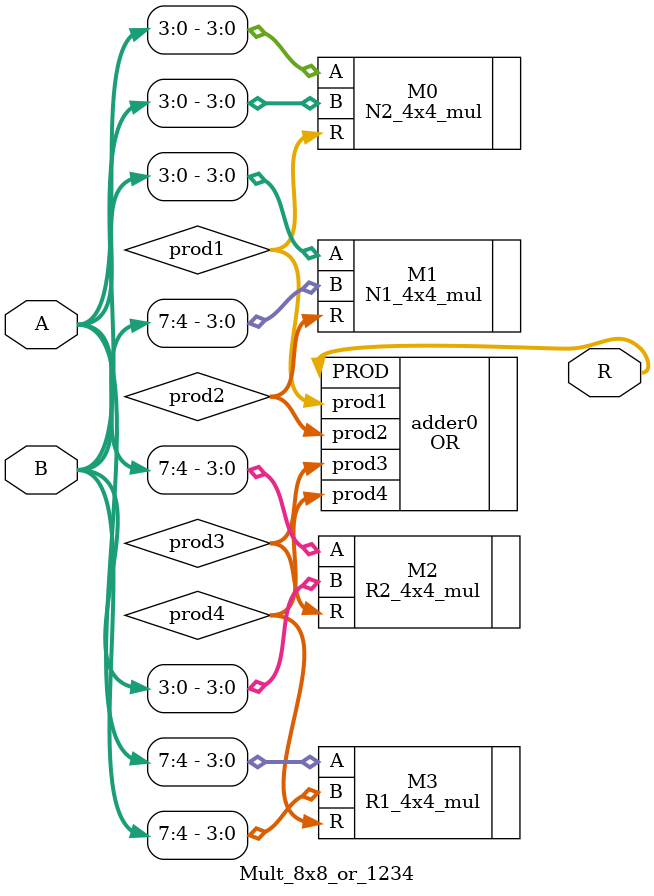
<source format=v>
module Mult_8x8_or_1234(
input [7:0] A,
input [7:0] B,
output [15:0]R
);
wire [7:0]prod1;
wire [7:0]prod2;
wire [7:0]prod3;
wire [7:0]prod4;

N2_4x4_mul M0(.A(A[3:0]),.B(B[3:0]),.R(prod1));
N1_4x4_mul M1(.A(A[3:0]),.B(B[7:4]),.R(prod2));
R2_4x4_mul M2(.A(A[7:4]),.B(B[3:0]),.R(prod3));
R1_4x4_mul M3(.A(A[7:4]),.B(B[7:4]),.R(prod4));
OR adder0(.prod1(prod1),.prod2(prod2),.prod3(prod3),.prod4(prod4),.PROD(R));
endmodule

</source>
